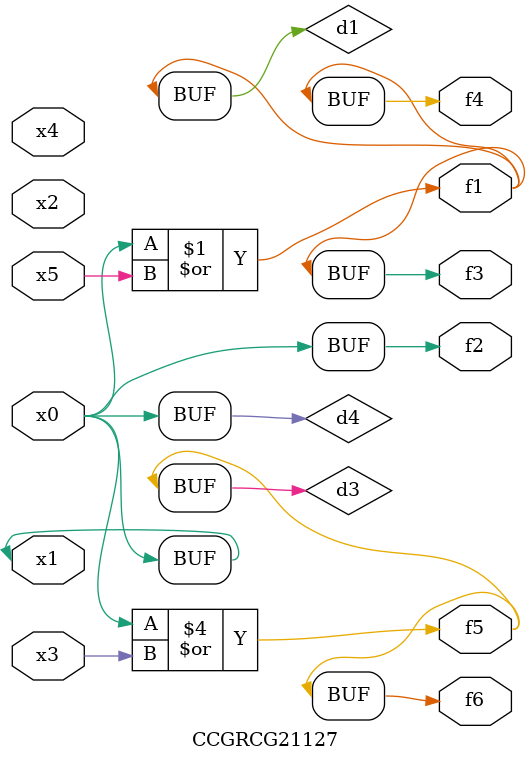
<source format=v>
module CCGRCG21127(
	input x0, x1, x2, x3, x4, x5,
	output f1, f2, f3, f4, f5, f6
);

	wire d1, d2, d3, d4;

	or (d1, x0, x5);
	xnor (d2, x1, x4);
	or (d3, x0, x3);
	buf (d4, x0, x1);
	assign f1 = d1;
	assign f2 = d4;
	assign f3 = d1;
	assign f4 = d1;
	assign f5 = d3;
	assign f6 = d3;
endmodule

</source>
